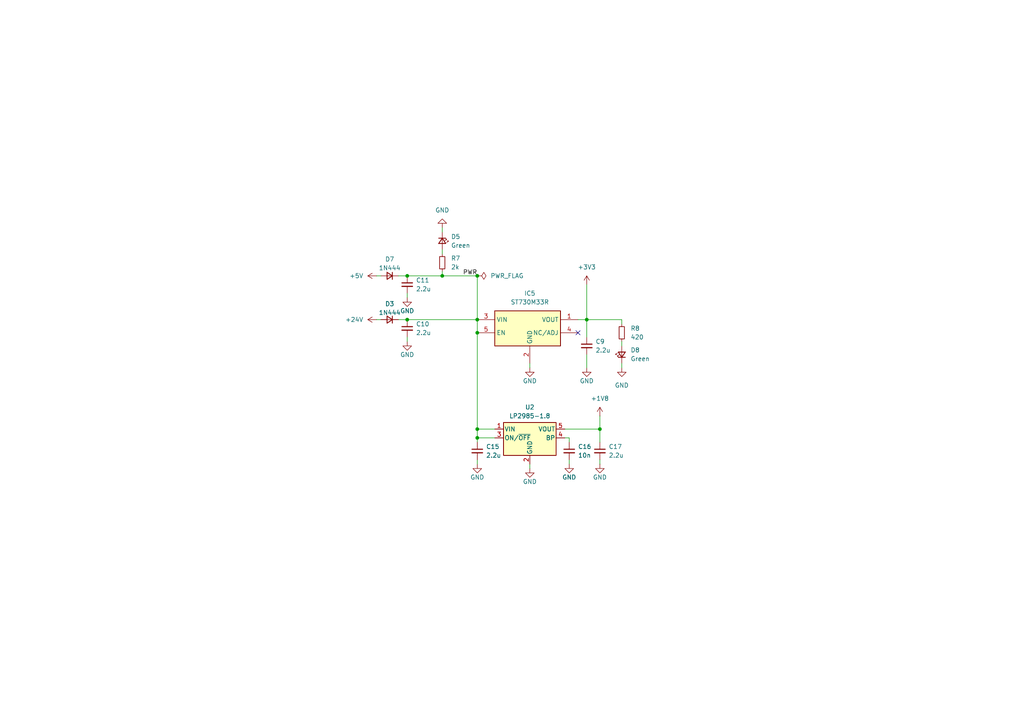
<source format=kicad_sch>
(kicad_sch (version 20231120) (generator "eeschema") (generator_version "8.0")
  (paper "A4")
  (lib_symbols
    (symbol "Device:C_Small" (pin_numbers hide) (pin_names (offset 0.254) hide)
      (property "Reference" "C" (at 0.254 1.778 0))
      (property "Value" "C_Small" (at 0.254 -2.032 0))
      (symbol "C_Small_0_1"
        (polyline (pts (xy -1.524 -0.508) (xy 1.524 -0.508)) (stroke (width 0.3302)))
        (polyline (pts (xy -1.524 0.508) (xy 1.524 0.508)) (stroke (width 0.3048)))
      )
      (symbol "C_Small_1_1"
        (pin passive line (at 0 2.54 270) (length 2.032) (name "~") (number "1"))
        (pin passive line (at 0 -2.54 90) (length 2.032) (name "~") (number "2"))
      )
    )
    (symbol "Device:D_Small" (pin_numbers hide) (pin_names (offset 0.254) hide)
      (property "Reference" "D" (at -1.27 2.032 0))
      (property "Value" "D_Small" (at -3.81 -2.032 0))
      (symbol "D_Small_0_1"
        (polyline (pts (xy -0.762 -1.016) (xy -0.762 1.016)) (stroke (width 0.254)))
        (polyline (pts (xy -0.762 0) (xy 0.762 0)))
        (polyline (pts (xy 0.762 -1.016) (xy -0.762 0) (xy 0.762 1.016) (xy 0.762 -1.016)) (stroke (width 0.254)))
      )
      (symbol "D_Small_1_1"
        (pin passive line (at -2.54 0 0) (length 1.778) (name "K") (number "1"))
        (pin passive line (at 2.54 0 180) (length 1.778) (name "A") (number "2"))
      )
    )
    (symbol "Device:LED_Small" (pin_numbers hide) (pin_names (offset 0.254) hide)
      (property "Reference" "D" (at -1.27 3.175 0))
      (property "Value" "LED_Small" (at -4.445 -2.54 0))
      (symbol "LED_Small_0_1"
        (polyline (pts (xy -0.762 -1.016) (xy -0.762 1.016)) (stroke (width 0.254)))
        (polyline (pts (xy 1.016 0) (xy -0.762 0)))
        (polyline (pts (xy 0.762 -1.016) (xy -0.762 0) (xy 0.762 1.016) (xy 0.762 -1.016)) (stroke (width 0.254)))
        (polyline (pts (xy 0 0.762) (xy -0.508 1.27) (xy -0.254 1.27) (xy -0.508 1.27) (xy -0.508 1.016)))
        (polyline (pts (xy 0.508 1.27) (xy 0 1.778) (xy 0.254 1.778) (xy 0 1.778) (xy 0 1.524)))
      )
      (symbol "LED_Small_1_1"
        (pin passive line (at -2.54 0 0) (length 1.778) (name "K") (number "1"))
        (pin passive line (at 2.54 0 180) (length 1.778) (name "A") (number "2"))
      )
    )
    (symbol "Device:R_Small" (pin_numbers hide) (pin_names (offset 0.254) hide)
      (property "Reference" "R" (at 0.762 0.508 0))
      (property "Value" "R_Small" (at 0.762 -1.016 0))
      (symbol "R_Small_0_1"
        (rectangle (start -0.762 1.778) (end 0.762 -1.778) (stroke (width 0.2032)))
      )
      (symbol "R_Small_1_1"
        (pin passive line (at 0 2.54 270) (length 0.762) (name "~") (number "1"))
        (pin passive line (at 0 -2.54 90) (length 0.762) (name "~") (number "2"))
      )
    )
    (symbol "Regulator_Linear:LP2985-1.8" (pin_names (offset 0.254))
      (property "Reference" "U" (at -6.35 5.715 0))
      (property "Value" "LP2985-1.8" (at 0 5.715 0))
      (symbol "LP2985-1.8_0_1"
        (rectangle (start -7.62 -5.08) (end 7.62 4.445) (stroke (width 0.254)) (fill (type background)))
      )
      (symbol "LP2985-1.8_1_1"
        (pin power_in line (at -10.16 2.54 0) (length 2.54) (name "VIN") (number "1"))
        (pin power_in line (at 0 -7.62 90) (length 2.54) (name "GND") (number "2"))
        (pin input line (at -10.16 0 0) (length 2.54) (name "ON/~{OFF}") (number "3"))
        (pin input line (at 10.16 0 180) (length 2.54) (name "BP") (number "4"))
        (pin power_out line (at 10.16 2.54 180) (length 2.54) (name "VOUT") (number "5"))
      )
    )
    (symbol "power:+1V8" (power) (pin_numbers hide) (pin_names (offset 0) hide)
      (property "Value" "+1V8" (at 0 3.556 0))
      (symbol "+1V8_0_1"
        (polyline (pts (xy -0.762 1.27) (xy 0 2.54)))
        (polyline (pts (xy 0 0) (xy 0 2.54)))
        (polyline (pts (xy 0 2.54) (xy 0.762 1.27)))
      )
      (symbol "+1V8_1_1"
        (pin power_in line (at 0 0 90) (length 0) (name "~") (number "1"))
      )
    )
    (symbol "power:+24V" (power) (pin_numbers hide) (pin_names (offset 0) hide)
      (property "Value" "+24V" (at 0 3.556 0))
      (symbol "+24V_0_1"
        (polyline (pts (xy -0.762 1.27) (xy 0 2.54)))
        (polyline (pts (xy 0 0) (xy 0 2.54)))
        (polyline (pts (xy 0 2.54) (xy 0.762 1.27)))
      )
      (symbol "+24V_1_1"
        (pin power_in line (at 0 0 90) (length 0) (name "~") (number "1"))
      )
    )
    (symbol "power:+3V3" (power) (pin_numbers hide) (pin_names (offset 0) hide)
      (property "Value" "+3V3" (at 0 3.556 0))
      (symbol "+3V3_0_1"
        (polyline (pts (xy -0.762 1.27) (xy 0 2.54)))
        (polyline (pts (xy 0 0) (xy 0 2.54)))
        (polyline (pts (xy 0 2.54) (xy 0.762 1.27)))
      )
      (symbol "+3V3_1_1"
        (pin power_in line (at 0 0 90) (length 0) (name "~") (number "1"))
      )
    )
    (symbol "power:+5V" (power) (pin_numbers hide) (pin_names (offset 0) hide)
      (property "Value" "+5V" (at 0 3.556 0))
      (symbol "+5V_0_1"
        (polyline (pts (xy -0.762 1.27) (xy 0 2.54)))
        (polyline (pts (xy 0 0) (xy 0 2.54)))
        (polyline (pts (xy 0 2.54) (xy 0.762 1.27)))
      )
      (symbol "+5V_1_1"
        (pin power_in line (at 0 0 90) (length 0) (name "~") (number "1"))
      )
    )
    (symbol "power:GND" (power) (pin_numbers hide) (pin_names (offset 0) hide)
      (property "Value" "GND" (at 0 -3.81 0))
      (symbol "GND_0_1"
        (polyline (pts (xy 0 0) (xy 0 -1.27) (xy 1.27 -1.27) (xy 0 -2.54) (xy -1.27 -1.27) (xy 0 -1.27)))
      )
      (symbol "GND_1_1"
        (pin power_in line (at 0 0 270) (length 0) (name "~") (number "1"))
      )
    )
    (symbol "power:PWR_FLAG" (power) (pin_numbers hide) (pin_names (offset 0) hide)
      (property "Value" "PWR_FLAG" (at 0 3.81 0))
      (symbol "PWR_FLAG_0_0"
        (pin power_out line (at 0 0 90) (length 0) (name "~") (number "1"))
      )
      (symbol "PWR_FLAG_0_1"
        (polyline (pts (xy 0 0) (xy 0 1.27) (xy -1.016 1.905) (xy 0 2.54) (xy 1.016 1.905) (xy 0 1.27)))
      )
    )
    (symbol "sensor_fuser_symbol:ST730M33R"
      (property "Reference" "IC4" (at 15.24 7.62 0))
      (property "Value" "ST730M33R" (at 15.24 5.08 0))
      (symbol "ST730M33R_1_1"
        (rectangle (start 5.08 2.54) (end 24.13 -7.62) (stroke (width 0.254)) (fill (type background)))
        (pin passive line (at 29.21 0 180) (length 5.08) (name "VOUT") (number "1"))
        (pin passive line (at 15.24 -12.7 90) (length 5.08) (name "GND") (number "2"))
        (pin passive line (at 0 0 0) (length 5.08) (name "VIN") (number "3"))
        (pin passive line (at 29.21 -3.81 180) (length 5.08) (name "NC/ADJ") (number "4"))
        (pin passive line (at 0 -3.81 0) (length 5.08) (name "EN") (number "5"))
      )
    )
  )
  (junction (at 118.11 80.01))
  (junction (at 138.43 80.01))
  (junction (at 173.99 124.46))
  (junction (at 128.27 80.01))
  (junction (at 138.43 124.46))
  (junction (at 138.43 127))
  (junction (at 138.43 96.52))
  (junction (at 138.43 92.71))
  (junction (at 118.11 92.71))
  (junction (at 170.18 92.71))
  (no_connect (at 167.64 96.52))
  (wire (pts (xy 180.34 99.06) (xy 180.34 100.33)))
  (wire (pts (xy 165.1 134.62) (xy 165.1 133.35)))
  (wire (pts (xy 128.27 73.66) (xy 128.27 72.39)))
  (wire (pts (xy 153.67 106.68) (xy 153.67 105.41)))
  (wire (pts (xy 170.18 92.71) (xy 170.18 97.79)))
  (wire (pts (xy 180.34 92.71) (xy 170.18 92.71)))
  (wire (pts (xy 165.1 128.27) (xy 165.1 127)))
  (wire (pts (xy 138.43 80.01) (xy 138.43 92.71)))
  (wire (pts (xy 143.51 124.46) (xy 138.43 124.46)))
  (wire (pts (xy 170.18 106.68) (xy 170.18 102.87)))
  (wire (pts (xy 138.43 124.46) (xy 138.43 96.52)))
  (wire (pts (xy 138.43 124.46) (xy 138.43 127)))
  (wire (pts (xy 165.1 127) (xy 163.83 127)))
  (wire (pts (xy 138.43 96.52) (xy 138.43 92.71)))
  (wire (pts (xy 109.22 92.71) (xy 110.49 92.71)))
  (wire (pts (xy 128.27 67.31) (xy 128.27 66.04)))
  (wire (pts (xy 170.18 82.55) (xy 170.18 92.71)))
  (wire (pts (xy 118.11 86.36) (xy 118.11 85.09)))
  (wire (pts (xy 163.83 124.46) (xy 173.99 124.46)))
  (wire (pts (xy 180.34 105.41) (xy 180.34 106.68)))
  (wire (pts (xy 153.67 135.89) (xy 153.67 134.62)))
  (wire (pts (xy 173.99 134.62) (xy 173.99 133.35)))
  (wire (pts (xy 118.11 99.06) (xy 118.11 97.79)))
  (wire (pts (xy 128.27 80.01) (xy 138.43 80.01)))
  (wire (pts (xy 128.27 78.74) (xy 128.27 80.01)))
  (wire (pts (xy 167.64 92.71) (xy 170.18 92.71)))
  (wire (pts (xy 173.99 120.65) (xy 173.99 124.46)))
  (wire (pts (xy 118.11 92.71) (xy 138.43 92.71)))
  (wire (pts (xy 138.43 127) (xy 138.43 128.27)))
  (wire (pts (xy 109.22 80.01) (xy 110.49 80.01)))
  (wire (pts (xy 143.51 127) (xy 138.43 127)))
  (wire (pts (xy 180.34 93.98) (xy 180.34 92.71)))
  (wire (pts (xy 115.57 92.71) (xy 118.11 92.71)))
  (wire (pts (xy 173.99 128.27) (xy 173.99 124.46)))
  (wire (pts (xy 138.43 134.62) (xy 138.43 133.35)))
  (wire (pts (xy 115.57 80.01) (xy 118.11 80.01)))
  (wire (pts (xy 118.11 80.01) (xy 128.27 80.01)))
  (label "PWR" (at 138.43 80.01 180))
  (symbol (lib_id "Device:C_Small") (at 138.43 130.81 0) (unit 1)
    (property "Reference" "C15" (at 140.97 129.5462 0) (effects (justify left)))
    (property "Value" "2.2u" (at 140.97 132.08 0) (effects (justify left)))
    (property "Footprint" "Capacitor_SMD:C_0402_1005Metric_Pad0.74x0.62mm_HandSolder" (effects (hide yes)))
    (property "Description" "Unpolarized capacitor, small symbol" (effects (hide yes)))
  )
  (symbol (lib_id "power:+24V") (at 109.22 92.71 90) (unit 1)
    (property "Reference" "#PWR014" (effects (hide yes)))
    (property "Value" "+24V" (at 105.41 92.7099 90) (effects (justify left)))
    (property "Description" "Power symbol creates a global label with name \"+24V\"" (effects (hide yes)))
  )
  (symbol (lib_id "power:GND") (at 170.18 106.68 0) (unit 1)
    (property "Reference" "#PWR019" (effects (hide yes)))
    (property "Value" "GND" (at 170.18 110.49 0))
    (property "Description" "Power symbol creates a global label with name \"GND\" , ground" (effects (hide yes)))
  )
  (symbol (lib_id "Device:LED_Small") (at 180.34 102.87 90) (unit 1)
    (property "Reference" "D8" (at 182.88 101.5364 90) (effects (justify right)))
    (property "Value" "Green" (at 182.88 104.0764 90) (effects (justify right)))
    (property "Footprint" "Diode_SMD:D_0402_1005Metric_Pad0.77x0.64mm_HandSolder" (effects (hide yes)))
    (property "Description" "Light emitting diode, small symbol" (effects (hide yes)))
  )
  (symbol (lib_id "power:+1V8") (at 173.99 120.65 0) (unit 1)
    (property "Reference" "#PWR056" (effects (hide yes)))
    (property "Value" "+1V8" (at 173.99 115.57 0))
    (property "Description" "Power symbol creates a global label with name \"+1V8\"" (effects (hide yes)))
  )
  (symbol (lib_id "power:GND") (at 153.67 106.68 0) (unit 1)
    (property "Reference" "#PWR017" (effects (hide yes)))
    (property "Value" "GND" (at 153.67 110.49 0))
    (property "Description" "Power symbol creates a global label with name \"GND\" , ground" (effects (hide yes)))
  )
  (symbol (lib_id "power:GND") (at 173.99 134.62 0) (unit 1)
    (property "Reference" "#PWR055" (effects (hide yes)))
    (property "Value" "GND" (at 173.99 138.43 0))
    (property "Description" "Power symbol creates a global label with name \"GND\" , ground" (effects (hide yes)))
  )
  (symbol (lib_id "Device:C_Small") (at 118.11 82.55 0) (unit 1)
    (property "Reference" "C11" (at 120.65 81.2862 0) (effects (justify left)))
    (property "Value" "2.2u" (at 120.65 83.82 0) (effects (justify left)))
    (property "Footprint" "Capacitor_SMD:C_0402_1005Metric_Pad0.74x0.62mm_HandSolder" (effects (hide yes)))
    (property "Description" "Unpolarized capacitor, small symbol" (effects (hide yes)))
  )
  (symbol (lib_id "power:GND") (at 180.34 106.68 0) (unit 1)
    (property "Reference" "#PWR025" (effects (hide yes)))
    (property "Value" "GND" (at 180.34 111.76 0))
    (property "Description" "Power symbol creates a global label with name \"GND\" , ground" (effects (hide yes)))
  )
  (symbol (lib_id "power:PWR_FLAG") (at 138.43 80.01 270) (unit 1)
    (property "Reference" "#FLG01" (effects (hide yes)))
    (property "Value" "PWR_FLAG" (at 142.24 80.0099 90) (effects (justify left)))
    (property "Description" "Special symbol for telling ERC where power comes from" (effects (hide yes)))
  )
  (symbol (lib_id "power:+3V3") (at 170.18 82.55 0) (unit 1)
    (property "Reference" "#PWR018" (effects (hide yes)))
    (property "Value" "+3V3" (at 170.18 77.47 0))
    (property "Description" "Power symbol creates a global label with name \"+3V3\"" (effects (hide yes)))
  )
  (symbol (lib_id "power:GND") (at 165.1 134.62 0) (unit 1)
    (property "Reference" "#PWR054" (effects (hide yes)))
    (property "Value" "GND" (at 165.1 138.43 0))
    (property "Description" "Power symbol creates a global label with name \"GND\" , ground" (effects (hide yes)))
  )
  (symbol (lib_id "Device:C_Small") (at 165.1 130.81 0) (unit 1)
    (property "Reference" "C16" (at 167.64 129.5462 0) (effects (justify left)))
    (property "Value" "10n" (at 167.64 132.08 0) (effects (justify left)))
    (property "Footprint" "Capacitor_SMD:C_0402_1005Metric_Pad0.74x0.62mm_HandSolder" (effects (hide yes)))
    (property "Description" "Unpolarized capacitor, small symbol" (effects (hide yes)))
  )
  (symbol (lib_id "Device:C_Small") (at 170.18 100.33 0) (unit 1)
    (property "Reference" "C9" (at 172.72 99.0662 0) (effects (justify left)))
    (property "Value" "2.2u" (at 172.72 101.6 0) (effects (justify left)))
    (property "Footprint" "Capacitor_SMD:C_0402_1005Metric_Pad0.74x0.62mm_HandSolder" (effects (hide yes)))
    (property "Description" "Unpolarized capacitor, small symbol" (effects (hide yes)))
  )
  (symbol (lib_id "power:GND") (at 118.11 86.36 0) (unit 1)
    (property "Reference" "#PWR023" (effects (hide yes)))
    (property "Value" "GND" (at 118.11 90.17 0))
    (property "Description" "Power symbol creates a global label with name \"GND\" , ground" (effects (hide yes)))
  )
  (symbol (lib_id "power:GND") (at 118.11 99.06 0) (unit 1)
    (property "Reference" "#PWR022" (effects (hide yes)))
    (property "Value" "GND" (at 118.11 102.87 0))
    (property "Description" "Power symbol creates a global label with name \"GND\" , ground" (effects (hide yes)))
  )
  (symbol (lib_id "power:+5V") (at 109.22 80.01 90) (unit 1)
    (property "Reference" "#PWR015" (effects (hide yes)))
    (property "Value" "+5V" (at 105.41 80.0099 90) (effects (justify left)))
    (property "Description" "Power symbol creates a global label with name \"+5V\"" (effects (hide yes)))
  )
  (symbol (lib_id "Device:R_Small") (at 128.27 76.2 0) (unit 1)
    (property "Reference" "R7" (at 130.81 74.9299 0) (effects (justify left)))
    (property "Value" "2k" (at 130.81 77.4699 0) (effects (justify left)))
    (property "Footprint" "Resistor_SMD:R_0402_1005Metric_Pad0.72x0.64mm_HandSolder" (effects (hide yes)))
    (property "Description" "Resistor, small symbol" (effects (hide yes)))
  )
  (symbol (lib_id "Regulator_Linear:LP2985-1.8") (at 153.67 127 0) (unit 1)
    (property "Reference" "U2" (at 153.67 118.11 0))
    (property "Value" "LP2985-1.8" (at 153.67 120.65 0))
    (property "Footprint" "Package_TO_SOT_SMD:SOT-23-5" (effects (hide yes)))
    (property "Datasheet" "http://www.ti.com/lit/ds/symlink/lp2985.pdf" (effects (hide yes)))
    (property "Description" "150mA 16V Low-noise Low-dropout Regulator With Shutdown, 1.8V output voltage, SOT-23-5" (effects (hide yes)))
  )
  (symbol (lib_id "Device:R_Small") (at 180.34 96.52 180) (unit 1)
    (property "Reference" "R8" (at 182.88 95.2499 0) (effects (justify right)))
    (property "Value" "420" (at 182.88 97.7899 0) (effects (justify right)))
    (property "Footprint" "Resistor_SMD:R_0402_1005Metric_Pad0.72x0.64mm_HandSolder" (effects (hide yes)))
    (property "Description" "Resistor, small symbol" (effects (hide yes)))
  )
  (symbol (lib_id "power:GND") (at 153.67 135.89 0) (unit 1)
    (property "Reference" "#PWR052" (effects (hide yes)))
    (property "Value" "GND" (at 153.67 139.7 0))
    (property "Description" "Power symbol creates a global label with name \"GND\" , ground" (effects (hide yes)))
  )
  (symbol (lib_id "Device:C_Small") (at 173.99 130.81 0) (unit 1)
    (property "Reference" "C17" (at 176.53 129.5462 0) (effects (justify left)))
    (property "Value" "2.2u" (at 176.53 132.08 0) (effects (justify left)))
    (property "Footprint" "Capacitor_SMD:C_0402_1005Metric_Pad0.74x0.62mm_HandSolder" (effects (hide yes)))
    (property "Description" "Unpolarized capacitor, small symbol" (effects (hide yes)))
  )
  (symbol (lib_id "power:GND") (at 128.27 66.04 180) (unit 1)
    (property "Reference" "#PWR024" (effects (hide yes)))
    (property "Value" "GND" (at 128.27 60.96 0))
    (property "Description" "Power symbol creates a global label with name \"GND\" , ground" (effects (hide yes)))
  )
  (symbol (lib_id "sensor_fuser_symbol:ST730M33R") (at 138.43 92.71 0) (unit 1)
    (property "Reference" "IC5" (at 153.67 85.09 0))
    (property "Value" "ST730M33R" (at 153.67 87.63 0))
    (property "Footprint" "sensor_fuser:SOT95P280X145-5N" (effects (hide yes)))
    (property "Datasheet" "https://www.mouser.at/datasheet/2/389/st730-1621297.pdf" (effects (hide yes)))
    (property "Description" "LDO Voltage Regulators 300 mA 28 V 5 uA quiescent current" (effects (hide yes)))
    (property "Height" "1.45" (effects (hide yes)))
    (property "Manufacturer_Name" "STMicroelectronics" (effects (hide yes)))
    (property "Manufacturer_Part_Number" "ST730M33R" (effects (hide yes)))
    (property "Mouser Part Number" "511-ST730M33R" (effects (hide yes)))
    (property "Mouser Price/Stock" "https://www.mouser.co.uk/ProductDetail/STMicroelectronics/ST730M33R?qs=GedFDFLaBXHUqSNzaYM2bg%3D%3D" (effects (hide yes)))
    (property "Arrow Part Number" "ST730M33R" (effects (hide yes)))
    (property "Arrow Price/Stock" "https://www.arrow.com/en/products/st730m33r/stmicroelectronics?region=nac" (effects (hide yes)))
  )
  (symbol (lib_id "Device:C_Small") (at 118.11 95.25 0) (unit 1)
    (property "Reference" "C10" (at 120.65 93.9862 0) (effects (justify left)))
    (property "Value" "2.2u" (at 120.65 96.52 0) (effects (justify left)))
    (property "Footprint" "Capacitor_SMD:C_0402_1005Metric_Pad0.74x0.62mm_HandSolder" (effects (hide yes)))
    (property "Description" "Unpolarized capacitor, small symbol" (effects (hide yes)))
  )
  (symbol (lib_id "Device:LED_Small") (at 128.27 69.85 270) (unit 1)
    (property "Reference" "D5" (at 130.81 68.6434 90) (effects (justify left)))
    (property "Value" "Green" (at 130.81 71.1834 90) (effects (justify left)))
    (property "Footprint" "Diode_SMD:D_0402_1005Metric_Pad0.77x0.64mm_HandSolder" (effects (hide yes)))
    (property "Description" "Light emitting diode, small symbol" (effects (hide yes)))
  )
  (symbol (lib_id "Device:D_Small") (at 113.03 92.71 180) (unit 1)
    (property "Reference" "D3" (at 113.03 88.138 0))
    (property "Value" "1N444" (at 113.03 90.678 0))
    (property "Footprint" "Diode_SMD:D_0603_1608Metric_Pad1.05x0.95mm_HandSolder" (effects (hide yes)))
    (property "Description" "Diode, small symbol" (effects (hide yes)))
    (property "Sim.Device" "D" (effects (hide yes)))
    (property "Sim.Pins" "1=K 2=A" (effects (hide yes)))
  )
  (symbol (lib_id "Device:D_Small") (at 113.03 80.01 180) (unit 1)
    (property "Reference" "D7" (at 113.03 75.184 0))
    (property "Value" "1N444" (at 113.03 77.724 0))
    (property "Footprint" "Diode_SMD:D_0603_1608Metric_Pad1.05x0.95mm_HandSolder" (effects (hide yes)))
    (property "Description" "Diode, small symbol" (effects (hide yes)))
    (property "Sim.Device" "D" (effects (hide yes)))
    (property "Sim.Pins" "1=K 2=A" (effects (hide yes)))
  )
  (symbol (lib_id "power:GND") (at 138.43 134.62 0) (unit 1)
    (property "Reference" "#PWR053" (effects (hide yes)))
    (property "Value" "GND" (at 138.43 138.43 0))
    (property "Description" "Power symbol creates a global label with name \"GND\" , ground" (effects (hide yes)))
  )
)
</source>
